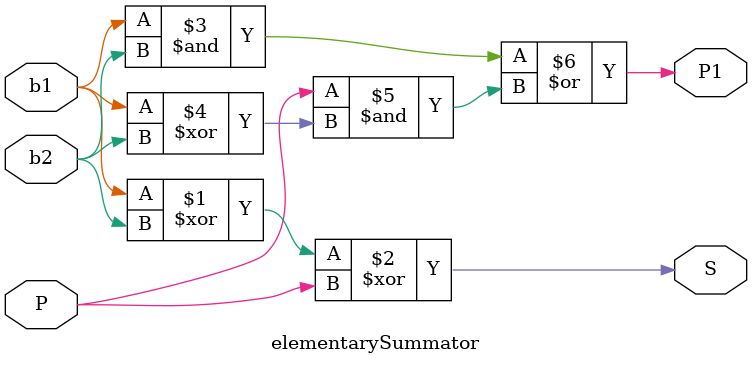
<source format=sv>
`timescale 1ns / 1ps


module elementarySummator(
    input P,
    input b1,
    input b2,
    output S,
    output P1
    );
    assign S = b1^b2^P;
    assign P1 = (b1&b2)|(P&(b1^b2));
endmodule

</source>
